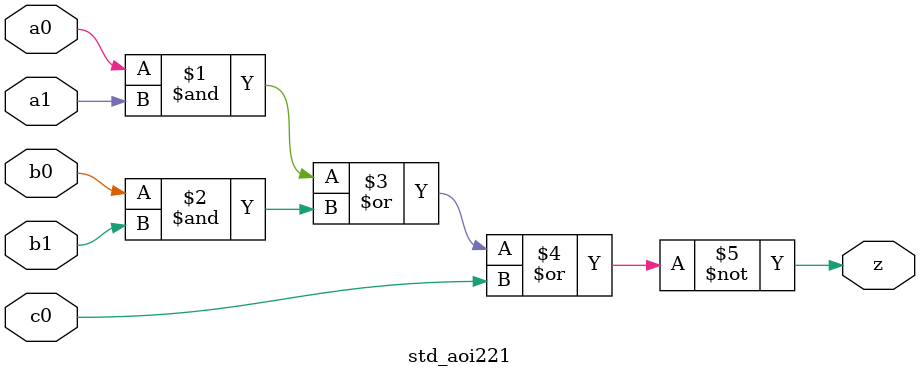
<source format=sv>

module std_aoi221 #(parameter DW = 1 ) // array width
(
	input [DW-1:0]  a0,
	input [DW-1:0]  a1,
	input [DW-1:0]  b0,
	input [DW-1:0]  b1,
	input [DW-1:0]  c0,
	output [DW-1:0] z
);

assign z = ~((a0 & a1) | (b0 & b1) | c0);

endmodule

</source>
